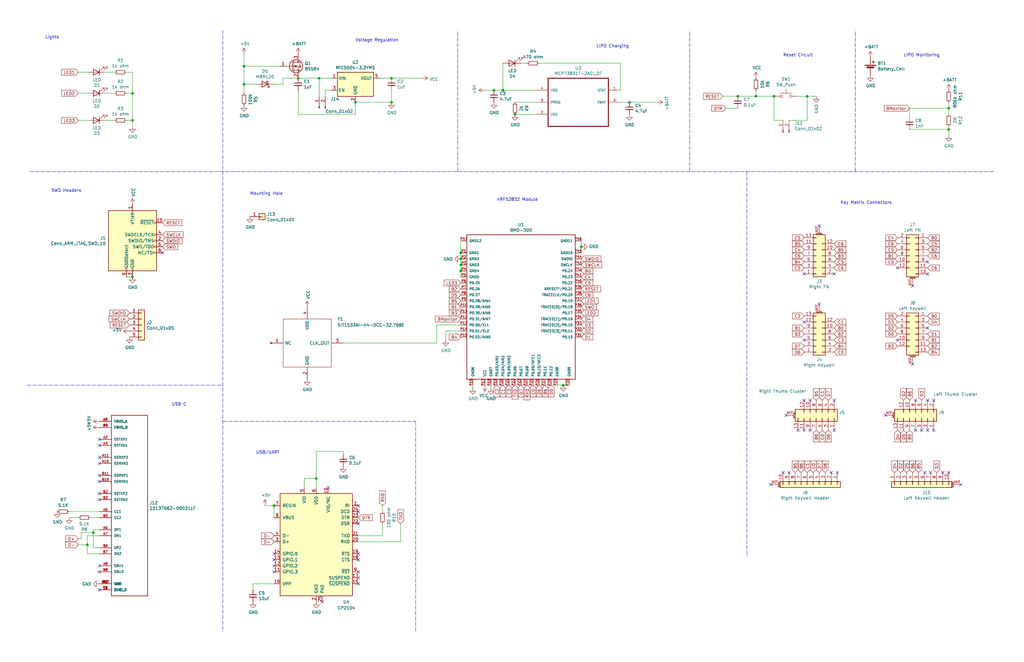
<source format=kicad_sch>
(kicad_sch (version 20231120) (generator "eeschema") (generator_version "8.0")
  (paper "B")
  (junction (at 55.88 39.37))
  (junction (at 217.17 48.26))
  (junction (at 115.57 213.36))
  (junction (at 36.83 229.87))
  (junction (at 340.36 40.64))
  (junction (at 55.88 116.84))
  (junction (at 194.31 106.68))
  (junction (at 102.87 35.56))
  (junction (at 134.62 33.02))
  (junction (at 326.39 40.64))
  (junction (at 133.35 201.93))
  (junction (at 125.73 33.02))
  (junction (at 400.05 45.72))
  (junction (at 102.87 27.94))
  (junction (at 212.09 38.1))
  (junction (at 311.15 40.64))
  (junction (at 55.88 50.8))
  (junction (at 208.28 38.1))
  (junction (at 265.43 43.18))
  (junction (at 194.31 109.22))
  (junction (at 194.31 111.76))
  (junction (at 165.1 33.02))
  (junction (at 318.77 40.64))
  (junction (at 165.1 43.18))
  (junction (at 194.31 114.3))
  (junction (at 400.05 54.61))
  (junction (at 39.37 224.79))
  (junction (at 245.11 104.14))
  (junction (at 149.86 43.18))
  (junction (at 237.49 162.56))
  (no_connect (at 115.57 238.76))
  (no_connect (at 151.13 213.36))
  (no_connect (at 41.91 193.04))
  (no_connect (at 151.13 215.9))
  (no_connect (at 41.91 241.3))
  (no_connect (at 378.46 113.03))
  (no_connect (at 41.91 195.58))
  (no_connect (at 151.13 246.38))
  (no_connect (at 325.12 204.47))
  (no_connect (at 41.91 200.66))
  (no_connect (at 41.91 238.76))
  (no_connect (at 351.79 181.61))
  (no_connect (at 135.89 254))
  (no_connect (at 339.09 168.91))
  (no_connect (at 41.91 248.92))
  (no_connect (at 331.47 175.26))
  (no_connect (at 341.63 168.91))
  (no_connect (at 400.05 199.39))
  (no_connect (at 350.52 199.39))
  (no_connect (at 151.13 233.68))
  (no_connect (at 336.55 181.61))
  (no_connect (at 330.2 199.39))
  (no_connect (at 386.08 181.61))
  (no_connect (at 341.63 181.61))
  (no_connect (at 151.13 243.84))
  (no_connect (at 332.74 199.39))
  (no_connect (at 384.81 153.67))
  (no_connect (at 391.16 138.43))
  (no_connect (at 339.09 135.89))
  (no_connect (at 391.16 110.49))
  (no_connect (at 115.57 233.68))
  (no_connect (at 392.43 199.39))
  (no_connect (at 378.46 143.51))
  (no_connect (at 41.91 210.82))
  (no_connect (at 151.13 236.22))
  (no_connect (at 353.06 199.39))
  (no_connect (at 345.44 95.25))
  (no_connect (at 41.91 208.28))
  (no_connect (at 389.89 199.39))
  (no_connect (at 41.91 185.42))
  (no_connect (at 339.09 143.51))
  (no_connect (at 351.79 168.91))
  (no_connect (at 115.57 236.22))
  (no_connect (at 405.13 204.47))
  (no_connect (at 138.43 205.74))
  (no_connect (at 391.16 181.61))
  (no_connect (at 115.57 241.3))
  (no_connect (at 351.79 115.57))
  (no_connect (at 151.13 241.3))
  (no_connect (at 41.91 203.2))
  (no_connect (at 393.7 168.91))
  (no_connect (at 393.7 181.61))
  (no_connect (at 68.58 106.68))
  (no_connect (at 151.13 220.98))
  (no_connect (at 397.51 199.39))
  (no_connect (at 41.91 187.96))
  (no_connect (at 391.16 115.57))
  (no_connect (at 384.81 120.65))
  (no_connect (at 391.16 168.91))
  (no_connect (at 339.09 181.61))
  (no_connect (at 339.09 115.57))
  (no_connect (at 345.44 128.27))
  (no_connect (at 388.62 181.61))
  (no_connect (at 386.08 168.91))
  (no_connect (at 373.38 175.26))
  (wire (pts (xy 151.13 228.6) (xy 168.91 228.6)))
  (wire (pts (xy 102.87 27.94) (xy 118.11 27.94)))
  (wire (pts (xy 53.34 116.84) (xy 55.88 116.84)))
  (wire (pts (xy 245.11 104.14) (xy 245.11 106.68)))
  (wire (pts (xy 102.87 35.56) (xy 102.87 39.37)))
  (wire (pts (xy 125.73 38.1) (xy 125.73 48.26)))
  (wire (pts (xy 133.35 190.5) (xy 144.78 190.5)))
  (wire (pts (xy 212.09 26.67) (xy 212.09 38.1)))
  (wire (pts (xy 115.57 246.38) (xy 106.68 246.38)))
  (wire (pts (xy 102.87 35.56) (xy 107.95 35.56)))
  (wire (pts (xy 383.54 54.61) (xy 400.05 54.61)))
  (wire (pts (xy 119.38 33.02) (xy 125.73 33.02)))
  (wire (pts (xy 219.71 26.67) (xy 222.25 26.67)))
  (wire (pts (xy 128.27 205.74) (xy 128.27 201.93)))
  (wire (pts (xy 326.39 50.8) (xy 330.2 50.8)))
  (wire (pts (xy 165.1 38.1) (xy 165.1 43.18)))
  (wire (pts (xy 306.07 45.72) (xy 311.15 45.72)))
  (wire (pts (xy 55.88 50.8) (xy 55.88 53.34)))
  (wire (pts (xy 226.06 48.26) (xy 217.17 48.26)))
  (wire (pts (xy 207.01 162.56) (xy 207.01 163.83)))
  (wire (pts (xy 36.83 229.87) (xy 33.02 229.87)))
  (wire (pts (xy 212.09 38.1) (xy 226.06 38.1)))
  (wire (pts (xy 383.54 45.72) (xy 400.05 45.72)))
  (wire (pts (xy 102.87 22.86) (xy 102.87 27.94)))
  (wire (pts (xy 55.88 30.48) (xy 55.88 39.37)))
  (wire (pts (xy 199.39 163.83) (xy 199.39 162.56)))
  (polyline (pts (xy 360.68 72.39) (xy 360.68 12.7)) (stroke (width 0) (type dash)))
  (wire (pts (xy 237.49 162.56) (xy 240.03 162.56)))
  (wire (pts (xy 39.37 231.14) (xy 41.91 231.14)))
  (wire (pts (xy 326.39 40.64) (xy 326.39 50.8)))
  (wire (pts (xy 38.1 218.44) (xy 41.91 218.44)))
  (wire (pts (xy 187.96 139.7) (xy 187.96 143.51)))
  (wire (pts (xy 161.29 215.9) (xy 161.29 213.36)))
  (wire (pts (xy 318.77 40.64) (xy 318.77 38.1)))
  (wire (pts (xy 227.33 26.67) (xy 261.62 26.67)))
  (wire (pts (xy 55.88 39.37) (xy 53.34 39.37)))
  (wire (pts (xy 44.45 30.48) (xy 48.26 30.48)))
  (polyline (pts (xy 193.04 72.39) (xy 193.04 12.7)) (stroke (width 0) (type dash)))
  (wire (pts (xy 134.62 40.64) (xy 134.62 33.02)))
  (wire (pts (xy 102.87 27.94) (xy 102.87 35.56)))
  (wire (pts (xy 165.1 43.18) (xy 149.86 43.18)))
  (wire (pts (xy 144.78 190.5) (xy 144.78 191.77)))
  (wire (pts (xy 137.16 38.1) (xy 137.16 40.64)))
  (wire (pts (xy 208.28 38.1) (xy 204.47 38.1)))
  (wire (pts (xy 311.15 40.64) (xy 318.77 40.64)))
  (wire (pts (xy 194.31 139.7) (xy 187.96 139.7)))
  (wire (pts (xy 336.55 40.64) (xy 340.36 40.64)))
  (wire (pts (xy 184.15 137.16) (xy 194.31 137.16)))
  (wire (pts (xy 36.83 50.8) (xy 33.02 50.8)))
  (wire (pts (xy 226.06 43.18) (xy 217.17 43.18)))
  (wire (pts (xy 161.29 226.06) (xy 161.29 220.98)))
  (wire (pts (xy 194.31 101.6) (xy 194.31 106.68)))
  (wire (pts (xy 36.83 229.87) (xy 36.83 233.68)))
  (wire (pts (xy 340.36 50.8) (xy 332.74 50.8)))
  (wire (pts (xy 36.83 233.68) (xy 41.91 233.68)))
  (wire (pts (xy 400.05 45.72) (xy 400.05 48.26)))
  (wire (pts (xy 44.45 39.37) (xy 48.26 39.37)))
  (wire (pts (xy 245.11 101.6) (xy 245.11 104.14)))
  (wire (pts (xy 39.37 223.52) (xy 39.37 224.79)))
  (wire (pts (xy 39.37 224.79) (xy 39.37 231.14)))
  (wire (pts (xy 160.02 33.02) (xy 165.1 33.02)))
  (wire (pts (xy 55.88 39.37) (xy 55.88 50.8)))
  (wire (pts (xy 33.02 39.37) (xy 36.83 39.37)))
  (wire (pts (xy 261.62 26.67) (xy 261.62 38.1)))
  (wire (pts (xy 36.83 226.06) (xy 36.83 229.87)))
  (wire (pts (xy 36.83 30.48) (xy 33.02 30.48)))
  (wire (pts (xy 115.57 213.36) (xy 111.76 213.36)))
  (wire (pts (xy 41.91 226.06) (xy 36.83 226.06)))
  (polyline (pts (xy 11.43 162.56) (xy 93.98 162.56)) (stroke (width 0) (type dash)))
  (polyline (pts (xy 12.7 72.39) (xy 419.1 72.39)) (stroke (width 0) (type dash)))
  (wire (pts (xy 151.13 226.06) (xy 161.29 226.06)))
  (wire (pts (xy 144.78 144.78) (xy 184.15 144.78)))
  (wire (pts (xy 165.1 33.02) (xy 177.8 33.02)))
  (wire (pts (xy 133.35 190.5) (xy 133.35 201.93)))
  (wire (pts (xy 304.8 40.64) (xy 311.15 40.64)))
  (wire (pts (xy 134.62 33.02) (xy 139.7 33.02)))
  (polyline (pts (xy 314.96 72.39) (xy 314.96 234.95)) (stroke (width 0) (type dash)))
  (wire (pts (xy 106.68 246.38) (xy 106.68 248.92)))
  (wire (pts (xy 115.57 213.36) (xy 115.57 218.44)))
  (wire (pts (xy 125.73 33.02) (xy 134.62 33.02)))
  (wire (pts (xy 234.95 162.56) (xy 237.49 162.56)))
  (wire (pts (xy 318.77 40.64) (xy 326.39 40.64)))
  (wire (pts (xy 184.15 137.16) (xy 184.15 144.78)))
  (wire (pts (xy 400.05 45.72) (xy 400.05 43.18)))
  (wire (pts (xy 208.28 38.1) (xy 212.09 38.1)))
  (wire (pts (xy 194.31 109.22) (xy 194.31 111.76)))
  (wire (pts (xy 55.88 30.48) (xy 53.34 30.48)))
  (wire (pts (xy 149.86 48.26) (xy 149.86 43.18)))
  (wire (pts (xy 133.35 201.93) (xy 133.35 205.74)))
  (wire (pts (xy 340.36 40.64) (xy 344.17 40.64)))
  (wire (pts (xy 194.31 114.3) (xy 194.31 116.84)))
  (polyline (pts (xy 93.98 12.7) (xy 93.98 266.7)) (stroke (width 0) (type dash)))
  (wire (pts (xy 194.31 106.68) (xy 194.31 109.22)))
  (wire (pts (xy 34.29 227.33) (xy 33.02 227.33)))
  (wire (pts (xy 48.26 50.8) (xy 44.45 50.8)))
  (wire (pts (xy 261.62 43.18) (xy 265.43 43.18)))
  (wire (pts (xy 39.37 224.79) (xy 34.29 224.79)))
  (wire (pts (xy 34.29 224.79) (xy 34.29 227.33)))
  (wire (pts (xy 383.54 49.53) (xy 383.54 45.72)))
  (wire (pts (xy 55.88 50.8) (xy 53.34 50.8)))
  (wire (pts (xy 139.7 38.1) (xy 137.16 38.1)))
  (wire (pts (xy 41.91 223.52) (xy 39.37 223.52)))
  (wire (pts (xy 29.21 215.9) (xy 41.91 215.9)))
  (wire (pts (xy 119.38 35.56) (xy 119.38 33.02)))
  (wire (pts (xy 340.36 40.64) (xy 340.36 50.8)))
  (polyline (pts (xy 175.26 177.8) (xy 175.26 266.7)) (stroke (width 0) (type dash)))
  (wire (pts (xy 115.57 35.56) (xy 119.38 35.56)))
  (wire (pts (xy 400.05 54.61) (xy 400.05 57.15)))
  (wire (pts (xy 194.31 111.76) (xy 194.31 114.3)))
  (wire (pts (xy 128.27 201.93) (xy 133.35 201.93)))
  (wire (pts (xy 33.02 218.44) (xy 29.21 218.44)))
  (polyline (pts (xy 93.98 177.8) (xy 175.26 177.8)) (stroke (width 0) (type dash)))
  (wire (pts (xy 400.05 54.61) (xy 400.05 53.34)))
  (wire (pts (xy 125.73 48.26) (xy 149.86 48.26)))
  (wire (pts (xy 168.91 228.6) (xy 168.91 220.98)))
  (wire (pts (xy 265.43 43.18) (xy 276.86 43.18)))
  (polyline (pts (xy 290.83 72.39) (xy 290.83 12.7)) (stroke (width 0) (type dash)))
  (text "USB C" (at 72.39 171.45 0) (effects (font (size 1.27 1.27)) (justify left bottom)))
  (text "Mounting Hole" (at 105.41 82.55 0) (effects (font (size 1.27 1.27)) (justify left bottom)))
  (text "nRF52832 Module" (at 209.55 85.09 0) (effects (font (size 1.27 1.27)) (justify left bottom)))
  (text "SWD Headers" (at 21.59 81.28 0) (effects (font (size 1.27 1.27)) (justify left bottom)))
  (text "Lights" (at 19.05 16.51 0) (effects (font (size 1.27 1.27)) (justify left bottom)))
  (text "USB/UART" (at 107.95 191.77 0) (effects (font (size 1.27 1.27)) (justify left bottom)))
  (text "Key Matrix Connectors" (at 354.33 86.36 0) (effects (font (size 1.27 1.27)) (justify left bottom)))
  (text "LIPO Charging" (at 251.46 20.32 0) (effects (font (size 1.27 1.27)) (justify left bottom)))
  (text "Voltage Regulation" (at 149.86 17.78 0) (effects (font (size 1.27 1.27)) (justify left bottom)))
  (text "LIPO Monitoring" (at 381 24.13 0) (effects (font (size 1.27 1.27)) (justify left bottom)))
  (text "Reset Circuit" (at 330.2 24.13 0) (effects (font (size 1.27 1.27)) (justify left bottom)))
  (global_label "LED3" (shape input) (at 33.02 50.8 180) (property "Intersheetrefs" "${INTERSHEET_REFS}" (effects (hide yes))))
  (global_label "SWCLK" (shape input) (at 54.61 134.62 180) (property "Intersheetrefs" "${INTERSHEET_REFS}" (effects (hide yes))))
  (global_label "B3" (shape input) (at 351.79 107.95 0) (property "Intersheetrefs" "${INTERSHEET_REFS}" (effects (hide yes))))
  (global_label "LED2" (shape input) (at 245.11 132.08 0) (property "Intersheetrefs" "${INTERSHEET_REFS}" (effects (hide yes))))
  (global_label "C5" (shape input) (at 339.09 100.33 180) (property "Intersheetrefs" "${INTERSHEET_REFS}" (effects (hide yes))))
  (global_label "LED2" (shape input) (at 33.02 39.37 180) (property "Intersheetrefs" "${INTERSHEET_REFS}" (effects (hide yes))))
  (global_label "B4" (shape input) (at 194.31 142.24 180) (property "Intersheetrefs" "${INTERSHEET_REFS}" (effects (hide yes))))
  (global_label "C6" (shape input) (at 378.46 102.87 180) (property "Intersheetrefs" "${INTERSHEET_REFS}" (effects (hide yes))))
  (global_label "C0" (shape input) (at 224.79 162.56 270) (property "Intersheetrefs" "${INTERSHEET_REFS}" (effects (hide yes))))
  (global_label "B0" (shape input) (at 391.16 133.35 0) (property "Intersheetrefs" "${INTERSHEET_REFS}" (effects (hide yes))))
  (global_label "D4" (shape input) (at 391.16 135.89 0) (property "Intersheetrefs" "${INTERSHEET_REFS}" (effects (hide yes))))
  (global_label "B3" (shape input) (at 339.09 140.97 180) (property "Intersheetrefs" "${INTERSHEET_REFS}" (effects (hide yes))))
  (global_label "D0" (shape input) (at 232.41 162.56 270) (property "Intersheetrefs" "${INTERSHEET_REFS}" (effects (hide yes))))
  (global_label "RXD" (shape input) (at 222.25 162.56 270) (property "Intersheetrefs" "${INTERSHEET_REFS}" (effects (hide yes))))
  (global_label "C5" (shape input) (at 351.79 110.49 0) (property "Intersheetrefs" "${INTERSHEET_REFS}" (effects (hide yes))))
  (global_label "B2" (shape input) (at 391.16 146.05 0) (property "Intersheetrefs" "${INTERSHEET_REFS}" (effects (hide yes))))
  (global_label "SWDIO" (shape input) (at 245.11 109.22 0) (property "Intersheetrefs" "${INTERSHEET_REFS}" (effects (hide yes))))
  (global_label "D+" (shape input) (at 115.57 228.6 180) (property "Intersheetrefs" "${INTERSHEET_REFS}" (effects (hide yes))))
  (global_label "B3" (shape input) (at 194.31 132.08 180) (property "Intersheetrefs" "${INTERSHEET_REFS}" (effects (hide yes))))
  (global_label "D7" (shape input) (at 345.44 199.39 90) (property "Intersheetrefs" "${INTERSHEET_REFS}" (effects (hide yes))))
  (global_label "D4" (shape input) (at 378.46 181.61 270) (property "Intersheetrefs" "${INTERSHEET_REFS}" (effects (hide yes))))
  (global_label "D5" (shape input) (at 382.27 199.39 90) (property "Intersheetrefs" "${INTERSHEET_REFS}" (effects (hide yes))))
  (global_label "RESET" (shape input) (at 68.58 93.98 0) (property "Intersheetrefs" "${INTERSHEET_REFS}" (effects (hide yes))))
  (global_label "C5" (shape input) (at 245.11 119.38 0) (property "Intersheetrefs" "${INTERSHEET_REFS}" (effects (hide yes))))
  (global_label "B0" (shape input) (at 391.16 100.33 0) (property "Intersheetrefs" "${INTERSHEET_REFS}" (effects (hide yes))))
  (global_label "BMonitor" (shape input) (at 383.54 45.72 180) (property "Intersheetrefs" "${INTERSHEET_REFS}" (effects (hide yes))))
  (global_label "TXD" (shape input) (at 217.17 162.56 270) (property "Intersheetrefs" "${INTERSHEET_REFS}" (effects (hide yes))))
  (global_label "D4" (shape input) (at 245.11 134.62 0) (property "Intersheetrefs" "${INTERSHEET_REFS}" (effects (hide yes))))
  (global_label "B2" (shape input) (at 194.31 121.92 180) (property "Intersheetrefs" "${INTERSHEET_REFS}" (effects (hide yes))))
  (global_label "C6" (shape input) (at 351.79 113.03 0) (property "Intersheetrefs" "${INTERSHEET_REFS}" (effects (hide yes))))
  (global_label "LED1" (shape input) (at 245.11 127 0) (property "Intersheetrefs" "${INTERSHEET_REFS}" (effects (hide yes))))
  (global_label "C0" (shape input) (at 342.9 199.39 90) (property "Intersheetrefs" "${INTERSHEET_REFS}" (effects (hide yes))))
  (global_label "D0" (shape input) (at 378.46 140.97 180) (property "Intersheetrefs" "${INTERSHEET_REFS}" (effects (hide yes))))
  (global_label "C5" (shape input) (at 391.16 102.87 0) (property "Intersheetrefs" "${INTERSHEET_REFS}" (effects (hide yes))))
  (global_label "B1" (shape input) (at 339.09 138.43 180) (property "Intersheetrefs" "${INTERSHEET_REFS}" (effects (hide yes))))
  (global_label "D3" (shape input) (at 378.46 135.89 180) (property "Intersheetrefs" "${INTERSHEET_REFS}" (effects (hide yes))))
  (global_label "C5" (shape input) (at 378.46 105.41 180) (property "Intersheetrefs" "${INTERSHEET_REFS}" (effects (hide yes))))
  (global_label "SWO" (shape input) (at 68.58 104.14 0) (property "Intersheetrefs" "${INTERSHEET_REFS}" (effects (hide yes))))
  (global_label "C3" (shape input) (at 351.79 143.51 0) (property "Intersheetrefs" "${INTERSHEET_REFS}" (effects (hide yes))))
  (global_label "C0" (shape input) (at 351.79 148.59 0) (property "Intersheetrefs" "${INTERSHEET_REFS}" (effects (hide yes))))
  (global_label "C1" (shape input) (at 346.71 168.91 90) (property "Intersheetrefs" "${INTERSHEET_REFS}" (effects (hide yes))))
  (global_label "B6" (shape input) (at 384.81 199.39 90) (property "Intersheetrefs" "${INTERSHEET_REFS}" (effects (hide yes))))
  (global_label "C1" (shape input) (at 212.09 162.56 270) (property "Intersheetrefs" "${INTERSHEET_REFS}" (effects (hide yes))))
  (global_label "D-" (shape input) (at 33.02 229.87 180) (property "Intersheetrefs" "${INTERSHEET_REFS}" (effects (hide yes))))
  (global_label "D3" (shape input) (at 388.62 168.91 90) (property "Intersheetrefs" "${INTERSHEET_REFS}" (effects (hide yes))))
  (global_label "D+" (shape input) (at 33.02 227.33 180) (property "Intersheetrefs" "${INTERSHEET_REFS}" (effects (hide yes))))
  (global_label "C6" (shape input) (at 339.09 107.95 180) (property "Intersheetrefs" "${INTERSHEET_REFS}" (effects (hide yes))))
  (global_label "SWCLK" (shape input) (at 245.11 111.76 0) (property "Intersheetrefs" "${INTERSHEET_REFS}" (effects (hide yes))))
  (global_label "B4" (shape input) (at 351.79 146.05 0) (property "Intersheetrefs" "${INTERSHEET_REFS}" (effects (hide yes))))
  (global_label "RESET" (shape input) (at 304.8 40.64 180) (property "Intersheetrefs" "${INTERSHEET_REFS}" (effects (hide yes))))
  (global_label "B1" (shape input) (at 378.46 107.95 180) (property "Intersheetrefs" "${INTERSHEET_REFS}" (effects (hide yes))))
  (global_label "B5" (shape input) (at 339.09 102.87 180) (property "Intersheetrefs" "${INTERSHEET_REFS}" (effects (hide yes))))
  (global_label "RXD" (shape input) (at 161.29 213.36 90) (property "Intersheetrefs" "${INTERSHEET_REFS}" (effects (hide yes))))
  (global_label "C6" (shape input) (at 245.11 124.46 0) (property "Intersheetrefs" "${INTERSHEET_REFS}" (effects (hide yes))))
  (global_label "B6" (shape input) (at 337.82 199.39 90) (property "Intersheetrefs" "${INTERSHEET_REFS}" (effects (hide yes))))
  (global_label "D5" (shape input) (at 378.46 133.35 180) (property "Intersheetrefs" "${INTERSHEET_REFS}" (effects (hide yes))))
  (global_label "B5" (shape input) (at 194.31 127 180) (property "Intersheetrefs" "${INTERSHEET_REFS}" (effects (hide yes))))
  (global_label "SWO" (shape input) (at 245.11 129.54 0) (property "Intersheetrefs" "${INTERSHEET_REFS}" (effects (hide yes))))
  (global_label "LED1" (shape input) (at 33.02 30.48 180) (property "Intersheetrefs" "${INTERSHEET_REFS}" (effects (hide yes))))
  (global_label "B6" (shape input) (at 344.17 181.61 270) (property "Intersheetrefs" "${INTERSHEET_REFS}" (effects (hide yes))))
  (global_label "B6" (shape input) (at 383.54 168.91 90) (property "Intersheetrefs" "${INTERSHEET_REFS}" (effects (hide yes))))
  (global_label "B1" (shape input) (at 391.16 143.51 0) (property "Intersheetrefs" "${INTERSHEET_REFS}" (effects (hide yes))))
  (global_label "SWDIO" (shape input) (at 68.58 101.6 0) (property "Intersheetrefs" "${INTERSHEET_REFS}" (effects (hide yes))))
  (global_label "D2" (shape input) (at 379.73 199.39 90) (property "Intersheetrefs" "${INTERSHEET_REFS}" (effects (hide yes))))
  (global_label "D5" (shape input) (at 381 181.61 270) (property "Intersheetrefs" "${INTERSHEET_REFS}" (effects (hide yes))))
  (global_label "B0" (shape input) (at 245.11 114.3 0) (property "Intersheetrefs" "${INTERSHEET_REFS}" (effects (hide yes))))
  (global_label "D4" (shape input) (at 377.19 199.39 90) (property "Intersheetrefs" "${INTERSHEET_REFS}" (effects (hide yes))))
  (global_label "B5" (shape input) (at 335.28 199.39 90) (property "Intersheetrefs" "${INTERSHEET_REFS}" (effects (hide yes))))
  (global_label "SWDIO" (shape input) (at 54.61 132.08 180) (property "Intersheetrefs" "${INTERSHEET_REFS}" (effects (hide yes))))
  (global_label "D6" (shape input) (at 227.33 162.56 270) (property "Intersheetrefs" "${INTERSHEET_REFS}" (effects (hide yes))))
  (global_label "D2" (shape input) (at 245.11 139.7 0) (property "Intersheetrefs" "${INTERSHEET_REFS}" (effects (hide yes))))
  (global_label "D2" (shape input) (at 378.46 138.43 180) (property "Intersheetrefs" "${INTERSHEET_REFS}" (effects (hide yes))))
  (global_label "DTR" (shape input) (at 306.07 45.72 180) (property "Intersheetrefs" "${INTERSHEET_REFS}" (effects (hide yes))))
  (global_label "LED3" (shape input) (at 194.31 119.38 180) (property "Intersheetrefs" "${INTERSHEET_REFS}" (effects (hide yes))))
  (global_label "D7" (shape input) (at 339.09 146.05 180) (property "Intersheetrefs" "${INTERSHEET_REFS}" (effects (hide yes))))
  (global_label "C1" (shape input) (at 340.36 199.39 90) (property "Intersheetrefs" "${INTERSHEET_REFS}" (effects (hide yes))))
  (global_label "D1" (shape input) (at 391.16 140.97 0) (property "Intersheetrefs" "${INTERSHEET_REFS}" (effects (hide yes))))
  (global_label "RESET" (shape input) (at 54.61 137.16 180) (property "Intersheetrefs" "${INTERSHEET_REFS}" (effects (hide yes))))
  (global_label "C5" (shape input) (at 339.09 113.03 180) (property "Intersheetrefs" "${INTERSHEET_REFS}" (effects (hide yes))))
  (global_label "B0" (shape input) (at 351.79 138.43 0) (property "Intersheetrefs" "${INTERSHEET_REFS}" (effects (hide yes))))
  (global_label "B2" (shape input) (at 351.79 140.97 0) (property "Intersheetrefs" "${INTERSHEET_REFS}" (effects (hide yes))))
  (global_label "B3" (shape input) (at 378.46 146.05 180) (property "Intersheetrefs" "${INTERSHEET_REFS}" (effects (hide yes))))
  (global_label "C3" (shape input) (at 214.63 162.56 270) (property "Intersheetrefs" "${INTERSHEET_REFS}" (effects (hide yes))))
  (global_label "B4" (shape input) (at 339.09 110.49 180) (property "Intersheetrefs" "${INTERSHEET_REFS}" (effects (hide yes))))
  (global_label "B5" (shape input) (at 383.54 181.61 270) (property "Intersheetrefs" "${INTERSHEET_REFS}" (effects (hide yes))))
  (global_label "C0" (shape input) (at 346.71 181.61 270) (property "Intersheetrefs" "${INTERSHEET_REFS}" (effects (hide yes))))
  (global_label "C2" (shape input) (at 339.09 133.35 180) (property "Intersheetrefs" "${INTERSHEET_REFS}" (effects (hide yes))))
  (global_label "B5" (shape input) (at 344.17 168.91 90) (property "Intersheetrefs" "${INTERSHEET_REFS}" (effects (hide yes))))
  (global_label "C4" (shape input) (at 245.11 116.84 0) (property "Intersheetrefs" "${INTERSHEET_REFS}" (effects (hide yes))))
  (global_label "D6" (shape input) (at 349.25 181.61 270) (property "Intersheetrefs" "${INTERSHEET_REFS}" (effects (hide yes))))
  (global_label "B4" (shape input) (at 391.16 148.59 0) (property "Intersheetrefs" "${INTERSHEET_REFS}" (effects (hide yes))))
  (global_label "B1" (shape input) (at 194.31 129.54 180) (property "Intersheetrefs" "${INTERSHEET_REFS}" (effects (hide yes))))
  (global_label "C6" (shape input) (at 391.16 113.03 0) (property "Intersheetrefs" "${INTERSHEET_REFS}" (effects (hide yes))))
  (global_label "D2" (shape input) (at 381 168.91 90) (property "Intersheetrefs" "${INTERSHEET_REFS}" (effects (hide yes))))
  (global_label "C6" (shape input) (at 351.79 102.87 0) (property "Intersheetrefs" "${INTERSHEET_REFS}" (effects (hide yes))))
  (global_label "B2" (shape input) (at 391.16 105.41 0) (property "Intersheetrefs" "${INTERSHEET_REFS}" (effects (hide yes))))
  (global_label "BMonitor" (shape input) (at 194.31 134.62 180) (property "Intersheetrefs" "${INTERSHEET_REFS}" (effects (hide yes))))
  (global_label "D3" (shape input) (at 245.11 137.16 0) (property "Intersheetrefs" "${INTERSHEET_REFS}" (effects (hide yes))))
  (global_label "SWCLK" (shape input) (at 68.58 99.06 0) (property "Intersheetrefs" "${INTERSHEET_REFS}" (effects (hide yes))))
  (global_label "DTR" (shape input) (at 151.13 218.44 0) (property "Intersheetrefs" "${INTERSHEET_REFS}" (effects (hide yes))))
  (global_label "B5" (shape input) (at 387.35 199.39 90) (property "Intersheetrefs" "${INTERSHEET_REFS}" (effects (hide yes))))
  (global_label "B6" (shape input) (at 229.87 162.56 270) (property "Intersheetrefs" "${INTERSHEET_REFS}" (effects (hide yes))))
  (global_label "C5" (shape input) (at 378.46 110.49 180) (property "Intersheetrefs" "${INTERSHEET_REFS}" (effects (hide yes))))
  (global_label "D7" (shape input) (at 219.71 162.56 270) (property "Intersheetrefs" "${INTERSHEET_REFS}" (effects (hide yes))))
  (global_label "D-" (shape input) (at 115.57 226.06 180) (property "Intersheetrefs" "${INTERSHEET_REFS}" (effects (hide yes))))
  (global_label "D6" (shape input) (at 339.09 148.59 180) (property "Intersheetrefs" "${INTERSHEET_REFS}" (effects (hide yes))))
  (global_label "C1" (shape input) (at 351.79 135.89 0) (property "Intersheetrefs" "${INTERSHEET_REFS}" (effects (hide yes))))
  (global_label "RESET" (shape input) (at 245.11 121.92 0) (property "Intersheetrefs" "${INTERSHEET_REFS}" (effects (hide yes))))
  (global_label "D3" (shape input) (at 394.97 199.39 90) (property "Intersheetrefs" "${INTERSHEET_REFS}" (effects (hide yes))))
  (global_label "D1" (shape input) (at 245.11 142.24 0) (property "Intersheetrefs" "${INTERSHEET_REFS}" (effects (hide yes))))
  (global_label "D7" (shape input) (at 349.25 168.91 90) (property "Intersheetrefs" "${INTERSHEET_REFS}" (effects (hide yes))))
  (global_label "C2" (shape input) (at 209.55 162.56 270) (property "Intersheetrefs" "${INTERSHEET_REFS}" (effects (hide yes))))
  (global_label "B5" (shape input) (at 351.79 105.41 0) (property "Intersheetrefs" "${INTERSHEET_REFS}" (effects (hide yes))))
  (global_label "C4" (shape input) (at 378.46 100.33 180) (property "Intersheetrefs" "${INTERSHEET_REFS}" (effects (hide yes))))
  (global_label "D6" (shape input) (at 347.98 199.39 90) (property "Intersheetrefs" "${INTERSHEET_REFS}" (effects (hide yes))))
  (global_label "D5" (shape input) (at 194.31 124.46 180) (property "Intersheetrefs" "${INTERSHEET_REFS}" (effects (hide yes))))
  (global_label "C6" (shape input) (at 391.16 107.95 0) (property "Intersheetrefs" "${INTERSHEET_REFS}" (effects (hide yes))))
  (global_label "C4" (shape input) (at 339.09 105.41 180) (property "Intersheetrefs" "${INTERSHEET_REFS}" (effects (hide yes))))
  (global_label "TXD" (shape input) (at 168.91 220.98 90) (property "Intersheetrefs" "${INTERSHEET_REFS}" (effects (hide yes))))
  (symbol (lib_id "BMD-300:BMD-300") (at 219.71 119.38 0) (unit 1)
    (property "Reference" "U1" (at 219.71 94.8182 0))
    (property "Value" "BMD-300" (at 219.71 97.1296 0))
    (property "Footprint" "Blue_Wizard:BMD-300" (effects (hide yes)))
  )
  (symbol (lib_id "Blue_Wizard-rescue:+5V-power") (at 54.61 139.7 90) (unit 1)
    (property "Reference" "#PWR0122" (effects (hide yes)))
    (property "Value" "+5V" (at 51.3588 139.319 90) (effects (justify left)))
  )
  (symbol (lib_id "Blue_Wizard-rescue:GND-power") (at 54.61 142.24 0) (unit 1)
    (property "Reference" "#PWR0121" (effects (hide yes)))
    (property "Value" "GND" (at 54.737 146.6342 0))
  )
  (symbol (lib_name "BMD-300:10137062-00021LF") (lib_id "BMD-300:10137062-00021LF") (at 54.61 213.36 0) (unit 1)
    (property "Reference" "J12" (at 62.992 212.1916 0) (effects (justify left)))
    (property "Value" "10137062-00021LF" (at 62.992 214.503 0) (effects (justify left)))
    (property "Footprint" "Blue_Wizard:CONN_10137062-00021LF" (effects (hide yes)))
    (property "Datasheet" "Amphenol" (effects (hide yes)))
    (property "Description" "Manufacturer Recommendations" (effects (hide yes)))
    (property "Field5" "B" (effects (hide yes)))
  )
  (symbol (lib_id "Connector_Generic:Conn_01x01") (at 110.49 91.44 0) (unit 1)
    (property "Reference" "J13" (at 112.522 90.3732 0) (effects (justify left)))
    (property "Value" "Conn_01x01" (at 112.522 92.6846 0) (effects (justify left)))
    (property "Footprint" "Blue_Wizard:Mounting Hole" (effects (hide yes)))
  )
  (symbol (lib_id "Blue_Wizard-rescue:GND-power") (at 105.41 91.44 0) (unit 1)
    (property "Reference" "#PWR0133" (effects (hide yes)))
    (property "Value" "GND" (at 105.537 95.8342 0))
  )
  (symbol (lib_id "Blue_Wizard-rescue:Conn_01x02_Male-Connector") (at 330.2 55.88 90) (unit 1)
    (property "Reference" "J11" (at 334.9752 51.9684 90) (effects (justify right)))
    (property "Value" "Conn_01x02" (at 334.9752 54.2798 90) (effects (justify right)))
    (property "Footprint" "Connector_PinHeader_2.54mm:PinHeader_1x02_P2.54mm_Vertical" (effects (hide yes)))
  )
  (symbol (lib_id "Blue_Wizard-rescue:+5V-power") (at 41.91 177.8 90) (unit 1)
    (property "Reference" "#PWR0128" (effects (hide yes)))
    (property "Value" "+5V" (at 37.5158 177.419 0))
  )
  (symbol (lib_id "Blue_Wizard-rescue:+5V-power") (at 41.91 180.34 90) (unit 1)
    (property "Reference" "#PWR0129" (effects (hide yes)))
    (property "Value" "+5V" (at 37.5158 179.959 0))
  )
  (symbol (lib_id "Device:R_Small") (at 26.67 215.9 270) (unit 1)
    (property "Reference" "R7" (at 26.67 210.9216 90))
    (property "Value" "5.1K" (at 26.67 213.233 90))
    (property "Footprint" "Resistor_SMD:R_0805_2012Metric" (effects (hide yes)))
  )
  (symbol (lib_id "Device:R_Small") (at 35.56 218.44 90) (unit 1)
    (property "Reference" "R8" (at 35.56 223.4184 90))
    (property "Value" "5.1K" (at 35.56 221.107 90))
    (property "Footprint" "Resistor_SMD:R_0805_2012Metric" (effects (hide yes)))
  )
  (symbol (lib_id "Blue_Wizard-rescue:GND-power") (at 24.13 215.9 0) (unit 1)
    (property "Reference" "#PWR0125" (effects (hide yes)))
    (property "Value" "GND" (at 24.257 220.2942 0))
  )
  (symbol (lib_id "Blue_Wizard-rescue:GND-power") (at 29.21 218.44 0) (unit 1)
    (property "Reference" "#PWR0126" (effects (hide yes)))
    (property "Value" "GND" (at 29.337 222.8342 0))
  )
  (symbol (lib_id "Blue_Wizard-rescue:GND-power") (at 41.91 246.38 270) (unit 1)
    (property "Reference" "#PWR0131" (effects (hide yes)))
    (property "Value" "GND" (at 38.6588 246.507 90) (effects (justify right)))
  )
  (symbol (lib_id "Connector_Generic_MountingPin:Conn_2Rows-13Pins_MountingPin") (at 344.17 107.95 0) (mirror x) (unit 1)
    (property "Reference" "J3" (at 345.44 118.745 0))
    (property "Value" "Right FN" (at 345.44 121.0564 0))
    (property "Footprint" "Blue_Wizard:Vertical_FRC" (effects (hide yes)))
  )
  (symbol (lib_name "BMD-300:MCP73831T-2ACI_OT") (lib_id "BMD-300:MCP73831T-2ACI_OT") (at 243.84 40.64 0) (unit 1)
    (property "Reference" "U3" (at 243.84 28.702 0))
    (property "Value" "MCP73831T-2ACI_OT" (at 243.84 31.0134 0))
    (property "Footprint" "Blue_Wizard:SOT95P280X145-5N" (effects (hide yes)))
    (property "Datasheet" "1332158" (effects (hide yes)))
    (property "Description" "56K7045" (effects (hide yes)))
    (property "Field5" "MCP73831T-2ACI/OT" (effects (hide yes)))
    (property "Field6" "SOT-5" (effects (hide yes)))
    (property "Field7" "Microchip" (effects (hide yes)))
  )
  (symbol (lib_id "Device:R_Small") (at 217.17 45.72 180) (unit 1)
    (property "Reference" "R9" (at 222.1484 45.72 90))
    (property "Value" "2k" (at 219.837 45.72 90))
    (property "Footprint" "Resistor_SMD:R_0805_2012Metric" (effects (hide yes)))
  )
  (symbol (lib_id "Blue_Wizard-rescue:GND-power") (at 217.17 48.26 0) (unit 1)
    (property "Reference" "#PWR0111" (effects (hide yes)))
    (property "Value" "GND" (at 217.297 52.6542 0))
  )
  (symbol (lib_id "Device:C_Small") (at 208.28 40.64 0) (unit 1)
    (property "Reference" "C3" (at 210.6168 39.4716 0) (effects (justify left)))
    (property "Value" "4.7uf" (at 210.6168 41.783 0) (effects (justify left)))
    (property "Footprint" "Capacitor_SMD:C_0805_2012Metric" (effects (hide yes)))
  )
  (symbol (lib_id "Device:C_Small") (at 265.43 45.72 0) (unit 1)
    (property "Reference" "C4" (at 267.7668 44.5516 0) (effects (justify left)))
    (property "Value" "4.7uf" (at 267.7668 46.863 0) (effects (justify left)))
    (property "Footprint" "Capacitor_SMD:C_0805_2012Metric" (effects (hide yes)))
  )
  (symbol (lib_id "Blue_Wizard-rescue:GND-power") (at 208.28 43.18 0) (unit 1)
    (property "Reference" "#PWR0112" (effects (hide yes)))
    (property "Value" "GND" (at 208.407 47.5742 0))
  )
  (symbol (lib_id "Blue_Wizard-rescue:GND-power") (at 265.43 48.26 0) (unit 1)
    (property "Reference" "#PWR0113" (effects (hide yes)))
    (property "Value" "GND" (at 265.557 52.6542 0))
  )
  (symbol (lib_id "Blue_Wizard-rescue:Conn_ARM_JTAG_SWD_10-Connector") (at 55.88 101.6 0) (unit 1)
    (property "Reference" "J1" (at 44.6278 100.4316 0) (effects (justify right)))
    (property "Value" "Conn_ARM_JTAG_SWD_10" (at 44.6278 102.743 0) (effects (justify right)))
    (property "Footprint" "Connector_PinHeader_1.27mm:PinHeader_2x05_P1.27mm_Vertical_SMD" (effects (hide yes)))
    (property "Datasheet" "http://infocenter.arm.com/help/topic/com.arm.doc.ddi0314h/DDI0314H_coresight_components_trm.pdf" (effects (hide yes)))
  )
  (symbol (lib_id "Blue_Wizard-rescue:GND-power") (at 55.88 116.84 0) (unit 1)
    (property "Reference" "#PWR0123" (effects (hide yes)))
    (property "Value" "GND" (at 56.007 121.2342 0))
  )
  (symbol (lib_id "Blue_Wizard-rescue:+BATT-power") (at 276.86 43.18 270) (unit 1)
    (property "Reference" "#PWR0114" (effects (hide yes)))
    (property "Value" "+BATT" (at 281.2542 43.561 0))
  )
  (symbol (lib_id "Blue_Wizard-rescue:VCC-power") (at 55.88 86.36 0) (unit 1)
    (property "Reference" "#PWR0124" (effects (hide yes)))
    (property "Value" "VCC" (at 56.3118 83.1088 90) (effects (justify left)))
  )
  (symbol (lib_id "Connector_Generic_MountingPin:Conn_2Rows-13Pins_MountingPin") (at 386.08 107.95 0) (mirror y) (unit 1)
    (property "Reference" "J7" (at 384.81 94.8182 0))
    (property "Value" "Left FN" (at 384.81 97.1296 0))
    (property "Footprint" "Blue_Wizard:Vertical_FRC" (effects (hide yes)))
  )
  (symbol (lib_id "Connector_Generic_MountingPin:Conn_2Rows-13Pins_MountingPin") (at 386.08 140.97 0) (mirror y) (unit 1)
    (property "Reference" "J8" (at 384.81 127.8382 0))
    (property "Value" "Left Keywell" (at 384.81 130.1496 0))
    (property "Footprint" "Blue_Wizard:Horizontal_FRC" (effects (hide yes)))
  )
  (symbol (lib_id "Connector_Generic:Conn_01x05") (at 59.69 137.16 0) (unit 1)
    (property "Reference" "J2" (at 61.722 136.0932 0) (effects (justify left)))
    (property "Value" "Conn_01x05" (at 61.722 138.4046 0) (effects (justify left)))
    (property "Footprint" "Connector_PinHeader_2.54mm:PinHeader_1x05_P2.54mm_Vertical" (effects (hide yes)))
  )
  (symbol (lib_id "Device:LED") (at 40.64 30.48 180) (unit 1)
    (property "Reference" "D1" (at 40.8178 35.9664 0))
    (property "Value" "LED" (at 40.8178 33.655 0))
    (property "Footprint" "LED_THT:LED_D3.0mm_Clear" (effects (hide yes)))
  )
  (symbol (lib_id "Device:LED") (at 40.64 39.37 180) (unit 1)
    (property "Reference" "D2" (at 40.8178 44.8564 0))
    (property "Value" "LED" (at 40.8178 42.545 0))
    (property "Footprint" "LED_THT:LED_D3.0mm_Clear" (effects (hide yes)))
  )
  (symbol (lib_id "Device:LED") (at 215.9 26.67 180) (unit 1)
    (property "Reference" "D4" (at 216.0778 32.1564 0))
    (property "Value" "LED" (at 216.0778 29.845 0))
    (property "Footprint" "LED_THT:LED_D3.0mm_Clear" (effects (hide yes)))
  )
  (symbol (lib_id "Device:LED") (at 40.64 50.8 180) (unit 1)
    (property "Reference" "D3" (at 40.8178 56.2864 0))
    (property "Value" "LED" (at 40.8178 53.975 0))
    (property "Footprint" "LED_THT:LED_D3.0mm_Clear" (effects (hide yes)))
  )
  (symbol (lib_id "Device:C_Small") (at 165.1 35.56 0) (unit 1)
    (property "Reference" "C2" (at 167.4368 34.3916 0) (effects (justify left)))
    (property "Value" "1uf" (at 167.4368 36.703 0) (effects (justify left)))
    (property "Footprint" "Capacitor_SMD:C_0805_2012Metric" (effects (hide yes)))
  )
  (symbol (lib_id "Device:C_Small") (at 125.73 35.56 0) (unit 1)
    (property "Reference" "C1" (at 128.0668 34.3916 0) (effects (justify left)))
    (property "Value" "1uf" (at 128.0668 36.703 0) (effects (justify left)))
    (property "Footprint" "Capacitor_SMD:C_0805_2012Metric" (effects (hide yes)))
  )
  (symbol (lib_id "Device:R_Small") (at 50.8 30.48 270) (unit 1)
    (property "Reference" "R1" (at 50.8 25.5016 90))
    (property "Value" "1k ohm" (at 50.8 27.813 90))
    (property "Footprint" "Resistor_SMD:R_0805_2012Metric" (effects (hide yes)))
  )
  (symbol (lib_id "Device:R_Small") (at 50.8 39.37 270) (unit 1)
    (property "Reference" "R2" (at 50.8 34.3916 90))
    (property "Value" "1k ohm" (at 50.8 36.703 90))
    (property "Footprint" "Resistor_SMD:R_0805_2012Metric" (effects (hide yes)))
  )
  (symbol (lib_id "Device:R_Small") (at 224.79 26.67 270) (unit 1)
    (property "Reference" "R4" (at 224.79 21.6916 90))
    (property "Value" "470 ohm" (at 224.79 24.003 90))
    (property "Footprint" "Resistor_SMD:R_0805_2012Metric" (effects (hide yes)))
  )
  (symbol (lib_id "Device:R_Small") (at 50.8 50.8 270) (unit 1)
    (property "Reference" "R3" (at 50.8 45.8216 90))
    (property "Value" "1k ohm" (at 50.8 48.133 90))
    (property "Footprint" "Resistor_SMD:R_0805_2012Metric" (effects (hide yes)))
  )
  (symbol (lib_id "Device:Battery_Cell") (at 367.03 29.21 0) (unit 1)
    (property "Reference" "BT1" (at 370.0272 26.7716 0) (effects (justify left)))
    (property "Value" "Battery_Cell" (at 370.0272 29.083 0) (effects (justify left)))
    (property "Footprint" "Connector_PinHeader_2.54mm:PinHeader_1x02_P2.54mm_Vertical" (effects (hide yes)))
  )
  (symbol (lib_id "Device:R_Small") (at 400.05 40.64 180) (unit 1)
    (property "Reference" "R11" (at 405.0284 40.64 90))
    (property "Value" "806k ohm" (at 402.717 40.64 90))
    (property "Footprint" "Resistor_SMD:R_0805_2012Metric" (effects (hide yes)))
  )
  (symbol (lib_id "Device:R_Small") (at 400.05 50.8 180) (unit 1)
    (property "Reference" "R12" (at 405.0284 50.8 90))
    (property "Value" "2M" (at 402.717 50.8 90))
    (property "Footprint" "Resistor_SMD:R_0805_2012Metric" (effects (hide yes)))
  )
  (symbol (lib_id "Device:C_Small") (at 383.54 52.07 0) (unit 1)
    (property "Reference" "C8" (at 385.8768 50.9016 0) (effects (justify left)))
    (property "Value" "1nF" (at 385.8768 53.213 0) (effects (justify left)))
    (property "Footprint" "Capacitor_SMD:C_0805_2012Metric" (effects (hide yes)))
  )
  (symbol (lib_id "Blue_Wizard-rescue:GND-power") (at 400.05 57.15 0) (unit 1)
    (property "Reference" "#PWR0127" (effects (hide yes)))
    (property "Value" "GND" (at 400.177 61.5442 0))
  )
  (symbol (lib_id "Blue_Wizard-rescue:+BATT-power") (at 400.05 38.1 0) (unit 1)
    (property "Reference" "#PWR0134" (effects (hide yes)))
    (property "Value" "+BATT" (at 400.431 33.7058 0))
  )
  (symbol (lib_id "Blue_Wizard-rescue:CP2104-Interface_USB") (at 133.35 228.6 0) (unit 1)
    (property "Reference" "U4" (at 146.05 254 0))
    (property "Value" "CP2104" (at 146.05 256.54 0))
    (property "Footprint" "Package_DFN_QFN:QFN-24-1EP_4x4mm_P0.5mm_EP2.6x2.6mm" (effects (hide yes)))
    (property "Datasheet" "https://www.silabs.com/documents/public/data-sheets/cp2104.pdf" (effects (hide yes)))
  )
  (symbol (lib_id "Device:R_Small") (at 161.29 218.44 180) (unit 1)
    (property "Reference" "R10" (at 166.2684 218.44 90))
    (property "Value" "100 ohm" (at 163.957 218.44 90))
    (property "Footprint" "Resistor_SMD:R_0805_2012Metric" (effects (hide yes)))
  )
  (symbol (lib_id "Device:C_Small") (at 144.78 194.31 0) (unit 1)
    (property "Reference" "C6" (at 147.1168 193.1416 0) (effects (justify left)))
    (property "Value" "0.1uf" (at 147.1168 195.453 0) (effects (justify left)))
    (property "Footprint" "Capacitor_SMD:C_0805_2012Metric" (effects (hide yes)))
  )
  (symbol (lib_id "Device:C_Small") (at 311.15 43.18 0) (unit 1)
    (property "Reference" "C7" (at 313.4868 42.0116 0) (effects (justify left)))
    (property "Value" "0.1uf" (at 313.4868 44.323 0) (effects (justify left)))
    (property "Footprint" "Capacitor_SMD:C_0805_2012Metric" (effects (hide yes)))
  )
  (symbol (lib_id "Blue_Wizard-rescue:+5V-power") (at 111.76 213.36 0) (unit 1)
    (property "Reference" "#PWR0136" (effects (hide yes)))
    (property "Value" "+5V" (at 112.141 208.9658 0))
  )
  (symbol (lib_id "Blue_Wizard-rescue:GND-power") (at 144.78 196.85 0) (unit 1)
    (property "Reference" "#PWR0137" (effects (hide yes)))
    (property "Value" "GND" (at 144.907 201.2442 0))
  )
  (symbol (lib_id "Device:C_Small") (at 106.68 251.46 0) (unit 1)
    (property "Reference" "C5" (at 109.0168 250.2916 0) (effects (justify left)))
    (property "Value" "10uf" (at 109.0168 252.603 0) (effects (justify left)))
    (property "Footprint" "Capacitor_SMD:C_0805_2012Metric" (effects (hide yes)))
  )
  (symbol (lib_id "Blue_Wizard-rescue:GND-power") (at 106.68 254 0) (unit 1)
    (property "Reference" "#PWR0138" (effects (hide yes)))
    (property "Value" "GND" (at 106.807 258.3942 0))
  )
  (symbol (lib_id "Blue_Wizard-rescue:GND-power") (at 133.35 254 0) (unit 1)
    (property "Reference" "#PWR0139" (effects (hide yes)))
    (property "Value" "GND" (at 133.477 258.3942 0))
  )
  (symbol (lib_id "SamacSys_Parts:SIT1533AI-H4-DCC-32.768E") (at 114.3 144.78 0) (unit 1)
    (property "Reference" "Y1" (at 142.24 134.62 0) (effects (justify left)))
    (property "Value" "SIT1533AI-H4-DCC-32.768E" (at 142.24 137.16 0) (effects (justify left)))
    (property "Footprint" "SamacSys_Parts:SIT1533AIH4DCC32768E" (effects (hide yes)))
    (property "Datasheet" "https://www.sitime.com/datasheet/SiT1533" (effects (hide yes)))
    (property "Description" "Standard Clock Oscillators 32.768KHz R2R LVCMOS -40 to 85C 100ppm" (effects (hide yes)))
    (property "Height" "0.6" (effects (hide yes)))
    (property "Mouser Part Number" "788-1533AIH4DCC32.76" (effects (hide yes)))
    (property "Mouser Price/Stock" "https://www.mouser.co.uk/ProductDetail/SiTime/SiT1533AI-H4-DCC-32768E?qs=5SDzjInHUKoUZz9ePr9JwA%3D%3D" (effects (hide yes)))
    (property "Manufacturer_Name" "SiTime" (effects (hide yes)))
    (property "Manufacturer_Part_Number" "SIT1533AI-H4-DCC-32.768E" (effects (hide yes)))
  )
  (symbol (lib_id "Blue_Wizard-rescue:VCC-power") (at 129.54 129.54 0) (unit 1)
    (property "Reference" "#PWR0140" (effects (hide yes)))
    (property "Value" "VCC" (at 129.9718 126.2888 90) (effects (justify left)))
  )
  (symbol (lib_id "Blue_Wizard-rescue:GND-power") (at 129.54 160.02 0) (unit 1)
    (property "Reference" "#PWR0141" (effects (hide yes)))
    (property "Value" "GND" (at 129.667 164.4142 0))
  )
  (symbol (lib_id "Blue_Wizard-rescue:GND-power") (at 187.96 143.51 0) (unit 1)
    (property "Reference" "#PWR0142" (effects (hide yes)))
    (property "Value" "GND" (at 188.087 147.9042 0))
  )
  (symbol (lib_id "Blue_Wizard-rescue:GND-power") (at 55.88 53.34 0) (unit 1)
    (property "Reference" "#PWR0143" (effects (hide yes)))
    (property "Value" "GND" (at 56.007 57.7342 0))
  )
  (symbol (lib_id "Connector_Generic_MountingPin:Conn_2Rows-13Pins_MountingPin") (at 344.17 140.97 0) (mirror x) (unit 1)
    (property "Reference" "J4" (at 345.44 151.765 0))
    (property "Value" "Right Keywell" (at 345.44 154.0764 0))
    (property "Footprint" "Blue_Wizard:Horizontal_FRC" (effects (hide yes)))
  )
  (symbol (lib_id "Blue_Wizard-rescue:GND-power") (at 207.01 163.83 0) (unit 1)
    (property "Reference" "#PWR0101" (effects (hide yes)))
    (property "Value" "GND" (at 207.137 168.2242 0))
  )
  (symbol (lib_id "Regulator_Linear:MIC5504-3.3YM5") (at 149.86 35.56 0) (unit 1)
    (property "Reference" "U2" (at 149.86 26.2382 0))
    (property "Value" "MIC5504-3.3YM5" (at 149.86 28.5496 0))
    (property "Footprint" "Package_TO_SOT_SMD:SOT-23-5" (effects (hide yes)))
    (property "Datasheet" "http://ww1.microchip.com/downloads/en/DeviceDoc/MIC550X.pdf" (effects (hide yes)))
  )
  (symbol (lib_id "Blue_Wizard-rescue:GND-power") (at 199.39 163.83 0) (unit 1)
    (property "Reference" "#PWR0102" (effects (hide yes)))
    (property "Value" "GND" (at 199.517 168.2242 0))
  )
  (symbol (lib_id "Blue_Wizard-rescue:GND-power") (at 237.49 162.56 0) (unit 1)
    (property "Reference" "#PWR0103" (effects (hide yes)))
    (property "Value" "GND" (at 237.617 166.9542 0))
  )
  (symbol (lib_id "Blue_Wizard-rescue:GND-power") (at 194.31 109.22 270) (unit 1)
    (property "Reference" "#PWR0104" (effects (hide yes)))
    (property "Value" "GND" (at 191.0588 109.347 90) (effects (justify right)))
  )
  (symbol (lib_id "Blue_Wizard-rescue:GND-power") (at 245.11 104.14 90) (unit 1)
    (property "Reference" "#PWR0105" (effects (hide yes)))
    (property "Value" "GND" (at 248.3612 104.013 90) (effects (justify right)))
  )
  (symbol (lib_id "Blue_Wizard-rescue:VCC-power") (at 177.8 33.02 270) (unit 1)
    (property "Reference" "#PWR0106" (effects (hide yes)))
    (property "Value" "VCC" (at 181.0512 33.4518 90) (effects (justify left)))
  )
  (symbol (lib_id "Blue_Wizard-rescue:GND-power") (at 165.1 43.18 0) (unit 1)
    (property "Reference" "#PWR0107" (effects (hide yes)))
    (property "Value" "GND" (at 165.227 47.5742 0))
  )
  (symbol (lib_id "Blue_Wizard-rescue:VCC-power") (at 204.47 162.56 180) (unit 1)
    (property "Reference" "#PWR0108" (effects (hide yes)))
    (property "Value" "VCC" (at 204.0128 166.9542 0))
  )
  (symbol (lib_id "Blue_Wizard-rescue:+BATT-power") (at 125.73 22.86 0) (unit 1)
    (property "Reference" "#PWR0109" (effects (hide yes)))
    (property "Value" "+BATT" (at 126.111 18.4658 0))
  )
  (symbol (lib_id "Blue_Wizard-rescue:+5V-power") (at 204.47 38.1 90) (unit 1)
    (property "Reference" "#PWR0110" (effects (hide yes)))
    (property "Value" "+5V" (at 200.0758 37.719 0))
  )
  (symbol (lib_id "Blue_Wizard-rescue:Conn_01x02_Male-Connector") (at 134.62 45.72 90) (unit 1)
    (property "Reference" "J14" (at 139.3952 41.8084 90) (effects (justify right)))
    (property "Value" "Conn_01x02" (at 137.16 46.99 90) (effects (justify right)))
    (property "Footprint" "Connector_PinHeader_2.54mm:PinHeader_1x02_P2.54mm_Vertical" (effects (hide yes)))
  )
  (symbol (lib_id "Connector_Generic_MountingPin:Conn_2Rows-13Pins_MountingPin") (at 344.17 176.53 270) (mirror x) (unit 1)
    (property "Reference" "J5" (at 353.822 174.0916 90) (effects (justify left)))
    (property "Value" "Right Thumb Cluster" (at 320.04 165.1 90) (effects (justify left)))
    (property "Footprint" "Blue_Wizard:Vertical_FRC" (effects (hide yes)))
  )
  (symbol (lib_id "Connector_Generic_MountingPin:Conn_01x10_MountingPin") (at 342.9 204.47 270) (unit 1)
    (property "Reference" "J6" (at 339.5472 207.8482 90))
    (property "Value" "Right Keywell Header" (at 339.5472 210.1596 90))
    (property "Footprint" "Blue_Wizard:MA10-1" (effects (hide yes)))
  )
  (symbol (lib_id "Connector_Generic_MountingPin:Conn_2Rows-13Pins_MountingPin") (at 386.08 176.53 270) (mirror x) (unit 1)
    (property "Reference" "J9" (at 395.732 174.0916 90) (effects (justify left)))
    (property "Value" "Left Thumb Cluster" (at 393.7 166.37 90) (effects (justify left)))
    (property "Footprint" "Blue_Wizard:Vertical_FRC" (effects (hide yes)))
  )
  (symbol (lib_id "Connector_Generic_MountingPin:Conn_01x10_MountingPin") (at 387.35 204.47 90) (mirror x) (unit 1)
    (property "Reference" "J10" (at 390.7028 207.8482 90))
    (property "Value" "Left Keywell Header" (at 390.7028 210.1596 90))
    (property "Footprint" "Blue_Wizard:MA10-1" (effects (hide yes)))
  )
  (symbol (lib_id "Transistor_FET:BSS84") (at 123.19 27.94 0) (unit 1)
    (property "Reference" "Q1" (at 128.4224 26.7716 0) (effects (justify left)))
    (property "Value" "BSS84" (at 128.4224 29.083 0) (effects (justify left)))
    (property "Footprint" "Package_TO_SOT_SMD:SOT-23" (effects (hide yes)))
    (property "Datasheet" "http://assets.nexperia.com/documents/data-sheet/BSS84.pdf" (effects (hide yes)))
  )
  (symbol (lib_id "Blue_Wizard-rescue:+BATT-power") (at 367.03 24.13 0) (unit 1)
    (property "Reference" "#PWR0115" (effects (hide yes)))
    (property "Value" "+BATT" (at 367.411 19.7358 0))
  )
  (symbol (lib_id "Blue_Wizard-rescue:GND-power") (at 367.03 31.75 0) (unit 1)
    (property "Reference" "#PWR0116" (effects (hide yes)))
    (property "Value" "GND" (at 367.157 36.1442 0))
  )
  (symbol (lib_id "Blue_Wizard-rescue:+5V-power") (at 102.87 22.86 0) (unit 1)
    (property "Reference" "#PWR0117" (effects (hide yes)))
    (property "Value" "+5V" (at 103.251 18.4658 0))
  )
  (symbol (lib_id "Device:D_Schottky") (at 111.76 35.56 180) (unit 1)
    (property "Reference" "D5" (at 111.76 30.0736 0))
    (property "Value" "MBR120" (at 111.76 32.385 0))
    (property "Footprint" "Diode_SMD:D_SOD-123F" (effects (hide yes)))
  )
  (symbol (lib_id "Device:R_Small") (at 102.87 41.91 180) (unit 1)
    (property "Reference" "R5" (at 107.8484 41.91 90))
    (property "Value" "100k" (at 105.537 41.91 90))
    (property "Footprint" "Resistor_SMD:R_0805_2012Metric" (effects (hide yes)))
  )
  (symbol (lib_id "Blue_Wizard-rescue:GND-power") (at 102.87 44.45 0) (unit 1)
    (property "Reference" "#PWR0118" (effects (hide yes)))
    (property "Value" "GND" (at 102.997 48.8442 0))
  )
  (symbol (lib_id "Switch:SW_Push") (at 331.47 40.64 0) (unit 1)
    (property "Reference" "SW1" (at 331.47 33.401 0))
    (property "Value" "SW_Push" (at 331.47 35.7124 0))
    (property "Footprint" "Blue_Wizard:SW_PTS526_SM08_SMTR2_LFS" (effects (hide yes)))
  )
  (symbol (lib_id "Blue_Wizard-rescue:GND-power") (at 344.17 40.64 0) (unit 1)
    (property "Reference" "#PWR0119" (effects (hide yes)))
    (property "Value" "GND" (at 344.297 43.8912 90) (effects (justify right)))
  )
  (symbol (lib_id "Device:R_Small") (at 318.77 35.56 180) (unit 1)
    (property "Reference" "R6" (at 323.7484 35.56 90))
    (property "Value" "10k" (at 321.437 35.56 90))
    (property "Footprint" "Resistor_SMD:R_0805_2012Metric" (effects (hide yes)))
  )
  (symbol (lib_id "Blue_Wizard-rescue:VCC-power") (at 318.77 33.02 0) (unit 1)
    (property "Reference" "#PWR0120" (effects (hide yes)))
    (property "Value" "VCC" (at 319.2018 28.6258 0))
  )
)
</source>
